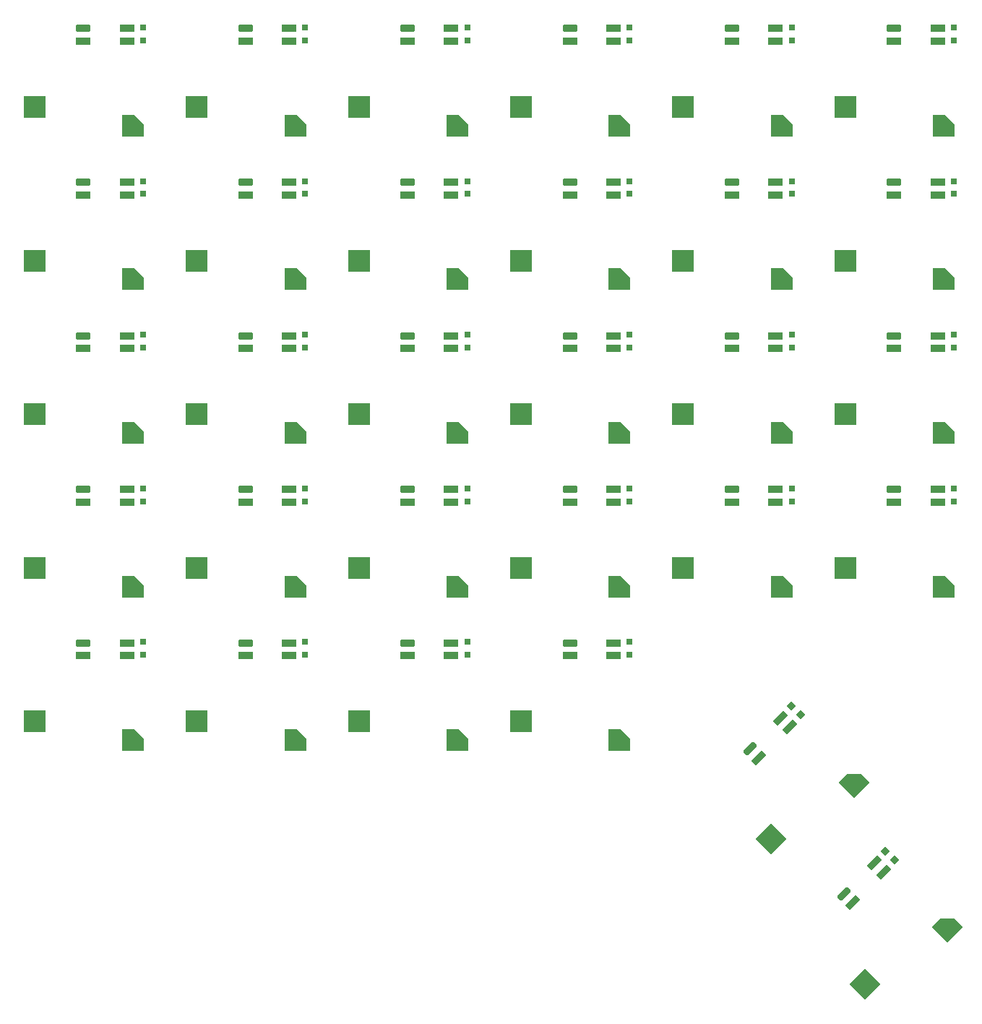
<source format=gbp>
G04 #@! TF.GenerationSoftware,KiCad,Pcbnew,(6.0.2)*
G04 #@! TF.CreationDate,2022-04-13T18:46:02+02:00*
G04 #@! TF.ProjectId,SPKB,53504b42-2e6b-4696-9361-645f70636258,rev?*
G04 #@! TF.SameCoordinates,Original*
G04 #@! TF.FileFunction,Paste,Bot*
G04 #@! TF.FilePolarity,Positive*
%FSLAX46Y46*%
G04 Gerber Fmt 4.6, Leading zero omitted, Abs format (unit mm)*
G04 Created by KiCad (PCBNEW (6.0.2)) date 2022-04-13 18:46:02*
%MOMM*%
%LPD*%
G01*
G04 APERTURE LIST*
G04 Aperture macros list*
%AMRoundRect*
0 Rectangle with rounded corners*
0 $1 Rounding radius*
0 $2 $3 $4 $5 $6 $7 $8 $9 X,Y pos of 4 corners*
0 Add a 4 corners polygon primitive as box body*
4,1,4,$2,$3,$4,$5,$6,$7,$8,$9,$2,$3,0*
0 Add four circle primitives for the rounded corners*
1,1,$1+$1,$2,$3*
1,1,$1+$1,$4,$5*
1,1,$1+$1,$6,$7*
1,1,$1+$1,$8,$9*
0 Add four rect primitives between the rounded corners*
20,1,$1+$1,$2,$3,$4,$5,0*
20,1,$1+$1,$4,$5,$6,$7,0*
20,1,$1+$1,$6,$7,$8,$9,0*
20,1,$1+$1,$8,$9,$2,$3,0*%
%AMRotRect*
0 Rectangle, with rotation*
0 The origin of the aperture is its center*
0 $1 length*
0 $2 width*
0 $3 Rotation angle, in degrees counterclockwise*
0 Add horizontal line*
21,1,$1,$2,0,0,$3*%
%AMOutline5P*
0 Free polygon, 5 corners , with rotation*
0 The origin of the aperture is its center*
0 number of corners: always 5*
0 $1 to $10 corner X, Y*
0 $11 Rotation angle, in degrees counterclockwise*
0 create outline with 5 corners*
4,1,5,$1,$2,$3,$4,$5,$6,$7,$8,$9,$10,$1,$2,$11*%
%AMOutline6P*
0 Free polygon, 6 corners , with rotation*
0 The origin of the aperture is its center*
0 number of corners: always 6*
0 $1 to $12 corner X, Y*
0 $13 Rotation angle, in degrees counterclockwise*
0 create outline with 6 corners*
4,1,6,$1,$2,$3,$4,$5,$6,$7,$8,$9,$10,$11,$12,$1,$2,$13*%
%AMOutline7P*
0 Free polygon, 7 corners , with rotation*
0 The origin of the aperture is its center*
0 number of corners: always 7*
0 $1 to $14 corner X, Y*
0 $15 Rotation angle, in degrees counterclockwise*
0 create outline with 7 corners*
4,1,7,$1,$2,$3,$4,$5,$6,$7,$8,$9,$10,$11,$12,$13,$14,$1,$2,$15*%
%AMOutline8P*
0 Free polygon, 8 corners , with rotation*
0 The origin of the aperture is its center*
0 number of corners: always 8*
0 $1 to $16 corner X, Y*
0 $17 Rotation angle, in degrees counterclockwise*
0 create outline with 8 corners*
4,1,8,$1,$2,$3,$4,$5,$6,$7,$8,$9,$10,$11,$12,$13,$14,$15,$16,$1,$2,$17*%
G04 Aperture macros list end*
%ADD10Outline5P,-1.300000X1.300000X0.130000X1.300000X1.300000X0.130000X1.300000X-1.300000X-1.300000X-1.300000X0.000000*%
%ADD11R,2.600000X2.600000*%
%ADD12RoundRect,0.205000X-0.645000X-0.205000X0.645000X-0.205000X0.645000X0.205000X-0.645000X0.205000X0*%
%ADD13R,1.700000X0.820000*%
%ADD14R,0.750000X0.800000*%
%ADD15Outline5P,-1.300000X1.300000X0.130000X1.300000X1.300000X0.130000X1.300000X-1.300000X-1.300000X-1.300000X45.000000*%
%ADD16RotRect,2.600000X2.600000X45.000000*%
%ADD17RoundRect,0.205000X-0.311127X-0.601041X0.601041X0.311127X0.311127X0.601041X-0.601041X-0.311127X0*%
%ADD18RotRect,1.700000X0.820000X45.000000*%
%ADD19RotRect,0.800000X0.750000X135.000000*%
G04 APERTURE END LIST*
D10*
X99275000Y-60950000D03*
D11*
X87725000Y-58750000D03*
D12*
X93450000Y-49560000D03*
D13*
X93450000Y-51060000D03*
D14*
X100450000Y-50950000D03*
D13*
X98550000Y-51060000D03*
X98550000Y-49560000D03*
D14*
X100450000Y-49450000D03*
D10*
X99275000Y-96950000D03*
D11*
X87725000Y-94750000D03*
D12*
X93450000Y-85560000D03*
D13*
X93450000Y-87060000D03*
D14*
X100450000Y-86950000D03*
D13*
X98550000Y-87060000D03*
X98550000Y-85560000D03*
D14*
X100450000Y-85450000D03*
D10*
X137275000Y-60950000D03*
D11*
X125725000Y-58750000D03*
D12*
X131450000Y-49560000D03*
D13*
X131450000Y-51060000D03*
D14*
X138450000Y-50950000D03*
D13*
X136550000Y-51060000D03*
X136550000Y-49560000D03*
D14*
X138450000Y-49450000D03*
D10*
X99275000Y-78950000D03*
D11*
X87725000Y-76750000D03*
D12*
X93450000Y-67560000D03*
D13*
X93450000Y-69060000D03*
D14*
X100450000Y-68950000D03*
D13*
X98550000Y-69060000D03*
X98550000Y-67560000D03*
D14*
X100450000Y-67450000D03*
D10*
X42275000Y-96950000D03*
D11*
X30725000Y-94750000D03*
D12*
X36450000Y-85560000D03*
D13*
X36450000Y-87060000D03*
D14*
X43450000Y-86950000D03*
D13*
X41550000Y-87060000D03*
X41550000Y-85560000D03*
D14*
X43450000Y-85450000D03*
D10*
X42275000Y-132950000D03*
D11*
X30725000Y-130750000D03*
D12*
X36450000Y-121560000D03*
D13*
X36450000Y-123060000D03*
D14*
X43450000Y-122950000D03*
D13*
X41550000Y-123060000D03*
X41550000Y-121560000D03*
D14*
X43450000Y-121450000D03*
D10*
X80275000Y-132950000D03*
D11*
X68725000Y-130750000D03*
D12*
X74450000Y-121560000D03*
D13*
X74450000Y-123060000D03*
D14*
X81450000Y-122950000D03*
D13*
X79550000Y-123060000D03*
X79550000Y-121560000D03*
D14*
X81450000Y-121450000D03*
D10*
X42275000Y-60950000D03*
D11*
X30725000Y-58750000D03*
D12*
X36450000Y-49560000D03*
D13*
X36450000Y-51060000D03*
D14*
X43450000Y-50950000D03*
D13*
X41550000Y-51060000D03*
X41550000Y-49560000D03*
D14*
X43450000Y-49450000D03*
D10*
X118275000Y-114950000D03*
D11*
X106725000Y-112750000D03*
D12*
X112450000Y-103560000D03*
D13*
X112450000Y-105060000D03*
D14*
X119450000Y-104950000D03*
D13*
X117550000Y-105060000D03*
X117550000Y-103560000D03*
D14*
X119450000Y-103450000D03*
D10*
X80275000Y-96950000D03*
D11*
X68725000Y-94750000D03*
D12*
X74450000Y-85560000D03*
D13*
X74450000Y-87060000D03*
D14*
X81450000Y-86950000D03*
D13*
X79550000Y-87060000D03*
X79550000Y-85560000D03*
D14*
X81450000Y-85450000D03*
D10*
X61275000Y-78950000D03*
D11*
X49725000Y-76750000D03*
D12*
X55450000Y-67560000D03*
D13*
X55450000Y-69060000D03*
D14*
X62450000Y-68950000D03*
D13*
X60550000Y-69060000D03*
X60550000Y-67560000D03*
D14*
X62450000Y-67450000D03*
D10*
X61275000Y-132950000D03*
D11*
X49725000Y-130750000D03*
D12*
X55450000Y-121560000D03*
D13*
X55450000Y-123060000D03*
D14*
X62450000Y-122950000D03*
D13*
X60550000Y-123060000D03*
X60550000Y-121560000D03*
D14*
X62450000Y-121450000D03*
D10*
X118275000Y-78950000D03*
D11*
X106725000Y-76750000D03*
D12*
X112450000Y-67560000D03*
D13*
X112450000Y-69060000D03*
D14*
X119450000Y-68950000D03*
D13*
X117550000Y-69060000D03*
X117550000Y-67560000D03*
D14*
X119450000Y-67450000D03*
D10*
X61275000Y-96950000D03*
D11*
X49725000Y-94750000D03*
D12*
X55450000Y-85560000D03*
D13*
X55450000Y-87060000D03*
D14*
X62450000Y-86950000D03*
D13*
X60550000Y-87060000D03*
X60550000Y-85560000D03*
D14*
X62450000Y-85450000D03*
D10*
X137275000Y-114950000D03*
D11*
X125725000Y-112750000D03*
D12*
X131450000Y-103560000D03*
D13*
X131450000Y-105060000D03*
D14*
X138450000Y-104950000D03*
D13*
X136550000Y-105060000D03*
X136550000Y-103560000D03*
D14*
X138450000Y-103450000D03*
D10*
X99275000Y-132950000D03*
D11*
X87725000Y-130750000D03*
D12*
X93450000Y-121560000D03*
D13*
X93450000Y-123060000D03*
D14*
X100450000Y-122950000D03*
D13*
X98550000Y-123060000D03*
X98550000Y-121560000D03*
D14*
X100450000Y-121450000D03*
D15*
X126723060Y-137891511D03*
D16*
X117000342Y-144502959D03*
D17*
X114550217Y-133956461D03*
D18*
X115610877Y-135017122D03*
D19*
X120482843Y-129989592D03*
D18*
X119217122Y-131410877D03*
X118156461Y-130350217D03*
D19*
X119422183Y-128928932D03*
D10*
X80275000Y-114950000D03*
D11*
X68725000Y-112750000D03*
D12*
X74450000Y-103560000D03*
D13*
X74450000Y-105060000D03*
D14*
X81450000Y-104950000D03*
D13*
X79550000Y-105060000D03*
X79550000Y-103560000D03*
D14*
X81450000Y-103450000D03*
D10*
X137275000Y-78950000D03*
D11*
X125725000Y-76750000D03*
D12*
X131450000Y-67560000D03*
D13*
X131450000Y-69060000D03*
D14*
X138450000Y-68950000D03*
D13*
X136550000Y-69060000D03*
X136550000Y-67560000D03*
D14*
X138450000Y-67450000D03*
D10*
X99275000Y-114950000D03*
D11*
X87725000Y-112750000D03*
D12*
X93450000Y-103560000D03*
D13*
X93450000Y-105060000D03*
D14*
X100450000Y-104950000D03*
D13*
X98550000Y-105060000D03*
X98550000Y-103560000D03*
D14*
X100450000Y-103450000D03*
D10*
X80275000Y-60950000D03*
D11*
X68725000Y-58750000D03*
D12*
X74450000Y-49560000D03*
D13*
X74450000Y-51060000D03*
D14*
X81450000Y-50950000D03*
D13*
X79550000Y-51060000D03*
X79550000Y-49560000D03*
D14*
X81450000Y-49450000D03*
D15*
X137723060Y-154891511D03*
D16*
X128000342Y-161502959D03*
D17*
X125550217Y-150956461D03*
D18*
X126610877Y-152017122D03*
D19*
X131482843Y-146989592D03*
D18*
X130217122Y-148410877D03*
X129156461Y-147350217D03*
D19*
X130422183Y-145928932D03*
D10*
X61275000Y-114950000D03*
D11*
X49725000Y-112750000D03*
D12*
X55450000Y-103560000D03*
D13*
X55450000Y-105060000D03*
D14*
X62450000Y-104950000D03*
D13*
X60550000Y-105060000D03*
X60550000Y-103560000D03*
D14*
X62450000Y-103450000D03*
D10*
X137275000Y-96950000D03*
D11*
X125725000Y-94750000D03*
D12*
X131450000Y-85560000D03*
D13*
X131450000Y-87060000D03*
D14*
X138450000Y-86950000D03*
D13*
X136550000Y-87060000D03*
X136550000Y-85560000D03*
D14*
X138450000Y-85450000D03*
D10*
X118275000Y-96950000D03*
D11*
X106725000Y-94750000D03*
D12*
X112450000Y-85560000D03*
D13*
X112450000Y-87060000D03*
D14*
X119450000Y-86950000D03*
D13*
X117550000Y-87060000D03*
X117550000Y-85560000D03*
D14*
X119450000Y-85450000D03*
D10*
X80275000Y-78950000D03*
D11*
X68725000Y-76750000D03*
D12*
X74450000Y-67560000D03*
D13*
X74450000Y-69060000D03*
D14*
X81450000Y-68950000D03*
D13*
X79550000Y-69060000D03*
X79550000Y-67560000D03*
D14*
X81450000Y-67450000D03*
D10*
X42275000Y-78950000D03*
D11*
X30725000Y-76750000D03*
D12*
X36450000Y-67560000D03*
D13*
X36450000Y-69060000D03*
D14*
X43450000Y-68950000D03*
D13*
X41550000Y-69060000D03*
X41550000Y-67560000D03*
D14*
X43450000Y-67450000D03*
D10*
X61275000Y-60950000D03*
D11*
X49725000Y-58750000D03*
D12*
X55450000Y-49560000D03*
D13*
X55450000Y-51060000D03*
D14*
X62450000Y-50950000D03*
D13*
X60550000Y-51060000D03*
X60550000Y-49560000D03*
D14*
X62450000Y-49450000D03*
D10*
X118275000Y-60950000D03*
D11*
X106725000Y-58750000D03*
D12*
X112450000Y-49560000D03*
D13*
X112450000Y-51060000D03*
D14*
X119450000Y-50950000D03*
D13*
X117550000Y-51060000D03*
X117550000Y-49560000D03*
D14*
X119450000Y-49450000D03*
D10*
X42275000Y-114950000D03*
D11*
X30725000Y-112750000D03*
D12*
X36450000Y-103560000D03*
D13*
X36450000Y-105060000D03*
D14*
X43450000Y-104950000D03*
D13*
X41550000Y-105060000D03*
X41550000Y-103560000D03*
D14*
X43450000Y-103450000D03*
M02*

</source>
